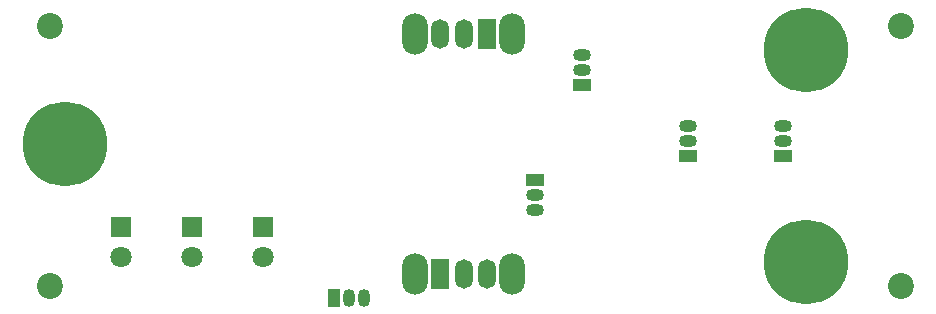
<source format=gbr>
%TF.GenerationSoftware,KiCad,Pcbnew,(6.99.0-143-g3f711b8958)*%
%TF.CreationDate,2021-12-29T15:34:21+01:00*%
%TF.ProjectId,Logic_Probe,4c6f6769-635f-4507-926f-62652e6b6963,rev?*%
%TF.SameCoordinates,Original*%
%TF.FileFunction,Soldermask,Bot*%
%TF.FilePolarity,Negative*%
%FSLAX46Y46*%
G04 Gerber Fmt 4.6, Leading zero omitted, Abs format (unit mm)*
G04 Created by KiCad (PCBNEW (6.99.0-143-g3f711b8958)) date 2021-12-29 15:34:21*
%MOMM*%
%LPD*%
G01*
G04 APERTURE LIST*
%ADD10C,2.200000*%
%ADD11C,7.160000*%
%ADD12R,1.050000X1.500000*%
%ADD13O,1.050000X1.500000*%
%ADD14R,1.500000X1.050000*%
%ADD15O,1.500000X1.050000*%
%ADD16O,2.200000X3.500000*%
%ADD17R,1.500000X2.500000*%
%ADD18O,1.500000X2.500000*%
%ADD19R,1.800000X1.800000*%
%ADD20C,1.800000*%
G04 APERTURE END LIST*
D10*
%TO.C,H3*%
X247000000Y-70000000D03*
%TD*%
D11*
%TO.C,J3*%
X239000000Y-72000000D03*
%TD*%
D10*
%TO.C,H4*%
X247000000Y-92000000D03*
%TD*%
D12*
%TO.C,Q5*%
X199000000Y-93000000D03*
D13*
X200270000Y-93000000D03*
X201540000Y-93000000D03*
%TD*%
D14*
%TO.C,Q1*%
X237000000Y-81000000D03*
D15*
X237000000Y-79730000D03*
X237000000Y-78460000D03*
%TD*%
D10*
%TO.C,H1*%
X175000000Y-70000000D03*
%TD*%
D16*
%TO.C,SW2*%
X205900000Y-91000000D03*
X214100000Y-91000000D03*
D17*
X208000000Y-91000000D03*
D18*
X210000000Y-91000000D03*
X212000000Y-91000000D03*
%TD*%
D11*
%TO.C,J1*%
X176200000Y-80000000D03*
%TD*%
D14*
%TO.C,Q4*%
X216000000Y-83000000D03*
D15*
X216000000Y-84270000D03*
X216000000Y-85540000D03*
%TD*%
D10*
%TO.C,H2*%
X175000000Y-92000000D03*
%TD*%
D16*
%TO.C,SW1*%
X214100000Y-70702500D03*
X205900000Y-70702500D03*
D17*
X212000000Y-70702500D03*
D18*
X210000000Y-70702500D03*
X208000000Y-70702500D03*
%TD*%
D11*
%TO.C,J2*%
X239000000Y-90000000D03*
%TD*%
D19*
%TO.C,D6*%
X181000000Y-87000000D03*
D20*
X181000000Y-89540000D03*
%TD*%
D14*
%TO.C,Q2*%
X220000000Y-75000000D03*
D15*
X220000000Y-73730000D03*
X220000000Y-72460000D03*
%TD*%
D19*
%TO.C,D8*%
X193000000Y-87000000D03*
D20*
X193000000Y-89540000D03*
%TD*%
D14*
%TO.C,Q3*%
X229000000Y-81000000D03*
D15*
X229000000Y-79730000D03*
X229000000Y-78460000D03*
%TD*%
D19*
%TO.C,D4*%
X187000000Y-87000000D03*
D20*
X187000000Y-89540000D03*
%TD*%
M02*

</source>
